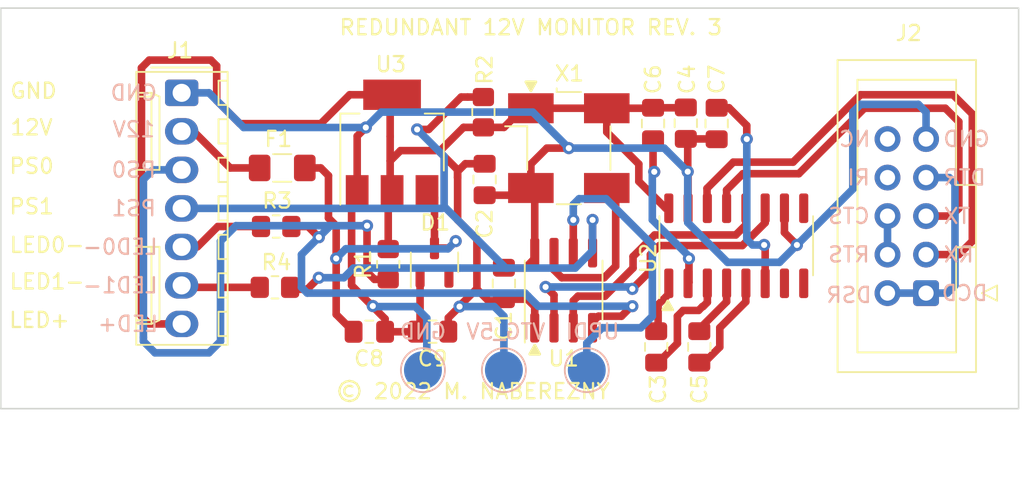
<source format=kicad_pcb>
(kicad_pcb (version 20211014) (generator pcbnew)
  (layers (0 "F.Cu" signal) (31 "B.Cu" signal) (34 "B.Paste" user) (35 "F.Paste" user) (36 "B.SilkS" user "B.Silkscreen") (37 "F.SilkS" user "F.Silkscreen") (38 "B.Mask" user) (39 "F.Mask" user) (44 "Edge.Cuts" user))
  (net 0 "")
  (net 1 "VCC")
  (net 2 "TX_5V")
  (net 3 "RX_5V")
  (net 4 "EXTCLK")
  (net 5 "GND")
  (net 6 "Net-(C3-Pad1)")
  (net 7 "Net-(C6-Pad2)")
  (net 8 "Net-(C3-Pad2)")
  (net 9 "Net-(C5-Pad1)")
  (net 10 "Net-(C5-Pad2)")
  (net 11 "Net-(C7-Pad2)")
  (net 15 "RX_12V")
  (net 16 "TX_12V")
  (net 17 "PS0")
  (net 18 "PS1")
  (net 19 "UPDI")
  (net 20 "Net-(J2-Pad1)")
  (net 21 "Net-(J2-Pad4)")
  (net 24 "Net-(C8-Pad2)")
  (net 25 "12V")
  (net 27 "LED0-")
  (net 28 "LED1-")
  (footprint "Capacitor_SMD:C_0805_2012Metric_Pad1.18x1.45mm_HandSolder" (layer "F.Cu") (at 139.4715 101.6085 180)
    (fp_text reference "C8" (at 0.0255 -1.7695) (layer "F.SilkS"))
    (fp_text value "0.1μF")
    (pad "1" smd roundrect (at -1.0375 0 180) (size 1.175 1.45) (layers "F.Cu" "F.Paste" "F.Mask") (roundrect_rratio 0.2127659574) (net 5 "GND"))
    (pad "2" smd roundrect (at 1.0375 0 180) (size 1.175 1.45) (layers "F.Cu" "F.Paste" "F.Mask") (roundrect_rratio 0.2127659574) (net 24 "Net-(C8-Pad2)"))
  )
  (footprint "MountingHole:MountingHole_3.2mm_M3" (layer "F.Cu") (at 134.112 103.251)
    (fp_text reference "REF**" hide)
    (fp_text value "MountingHole_3.2mm_M3")
    (pad "" np_thru_hole circle (at 0 0) (size 3.2 3.2) (drill 3.2) (layers *.Cu *.Mask))
  )
  (footprint "Resistor_SMD:R_0805_2012Metric_Pad1.20x1.40mm_HandSolder" (layer "F.Cu") (at 133.334 94.6675 180)
    (fp_text reference "R3" (at -0.063 1.7035) (layer "F.SilkS"))
    (fp_text value "200")
    (pad "1" smd roundrect (at -1 0 180) (size 1.2 1.4) (layers "F.Cu" "F.Paste" "F.Mask") (roundrect_rratio 0.2083333333) (net 17 "PS0"))
    (pad "2" smd roundrect (at 1 0 180) (size 1.2 1.4) (layers "F.Cu" "F.Paste" "F.Mask") (roundrect_rratio 0.2083333333) (net 27 "LED0-"))
  )
  (footprint "Capacitor_SMD:C_0805_2012Metric_Pad1.18x1.45mm_HandSolder" (layer "F.Cu") (at 143.637 101.6 180)
    (fp_text reference "C9" (at 0 -1.778) (layer "F.SilkS"))
    (fp_text value "10μF")
    (pad "1" smd roundrect (at -1.0375 0 180) (size 1.175 1.45) (layers "F.Cu" "F.Paste" "F.Mask") (roundrect_rratio 0.2127659574) (net 1 "VCC"))
    (pad "2" smd roundrect (at 1.0375 0 180) (size 1.175 1.45) (layers "F.Cu" "F.Paste" "F.Mask") (roundrect_rratio 0.2127659574) (net 5 "GND"))
  )
  (footprint "Capacitor_SMD:C_0805_2012Metric_Pad1.18x1.45mm_HandSolder" (layer "F.Cu") (at 161.21 102.6075 -90)
    (fp_text reference "C5" (at 2.794 0 90) (layer "F.SilkS"))
    (fp_text value "1μF")
    (pad "1" smd roundrect (at -1.0375 0 270) (size 1.175 1.45) (layers "F.Cu" "F.Paste" "F.Mask") (roundrect_rratio 0.2127659574) (net 9 "Net-(C5-Pad1)"))
    (pad "2" smd roundrect (at 1.0375 0 270) (size 1.175 1.45) (layers "F.Cu" "F.Paste" "F.Mask") (roundrect_rratio 0.2127659574) (net 10 "Net-(C5-Pad2)"))
  )
  (footprint "Capacitor_SMD:C_0805_2012Metric_Pad1.18x1.45mm_HandSolder" (layer "F.Cu") (at 158.162 87.8755 -90)
    (fp_text reference "C6" (at -2.9125 0 90) (layer "F.SilkS"))
    (fp_text value "1μF")
    (pad "1" smd roundrect (at -1.0375 0 270) (size 1.175 1.45) (layers "F.Cu" "F.Paste" "F.Mask") (roundrect_rratio 0.2127659574) (net 1 "VCC"))
    (pad "2" smd roundrect (at 1.0375 0 270) (size 1.175 1.45) (layers "F.Cu" "F.Paste" "F.Mask") (roundrect_rratio 0.2127659574) (net 7 "Net-(C6-Pad2)"))
  )
  (footprint "Fuse:Fuse_1206_3216Metric_Pad1.42x1.75mm_HandSolder" (layer "F.Cu") (at 133.731 90.805 180)
    (fp_text reference "F1" (at 0.254 1.905) (layer "F.SilkS"))
    (fp_text value "F1206B1R00FSTR")
    (pad "1" smd roundrect (at -1.4875 0 180) (size 1.425 1.75) (layers "F.Cu" "F.Paste" "F.Mask") (roundrect_rratio 0.1754392982) (net 24 "Net-(C8-Pad2)"))
    (pad "2" smd roundrect (at 1.4875 0 180) (size 1.425 1.75) (layers "F.Cu" "F.Paste" "F.Mask") (roundrect_rratio 0.1754392982) (net 25 "12V"))
  )
  (footprint "Resistor_SMD:R_0805_2012Metric_Pad1.20x1.40mm_HandSolder" (layer "F.Cu") (at 133.254 98.679 180)
    (fp_text reference "R4" (at -0.096 1.651) (layer "F.SilkS"))
    (fp_text value "200")
    (pad "1" smd roundrect (at -1 0 180) (size 1.2 1.4) (layers "F.Cu" "F.Paste" "F.Mask") (roundrect_rratio 0.2083333333) (net 18 "PS1"))
    (pad "2" smd roundrect (at 1 0 180) (size 1.2 1.4) (layers "F.Cu" "F.Paste" "F.Mask") (roundrect_rratio 0.2083333333) (net 28 "LED1-"))
  )
  (footprint "Package_SO:SOIC-8_3.9x4.9mm_P1.27mm" (layer "F.Cu") (at 152.273 98.868 90)
    (fp_text reference "U1" (at -4.51 0) (layer "F.SilkS"))
    (fp_text value "ATTINY212-SSF")
    (pad "1" smd roundrect (at -2.475 -1.905 90) (size 1.95 0.6) (layers "F.Cu" "F.Paste" "F.Mask") (net 1 "VCC"))
    (pad "2" smd roundrect (at -2.475 -0.635 90) (size 1.95 0.6) (layers "F.Cu" "F.Paste" "F.Mask") (net 2 "TX_5V"))
    (pad "3" smd roundrect (at -2.475 0.635 90) (size 1.95 0.6) (layers "F.Cu" "F.Paste" "F.Mask") (net 3 "RX_5V"))
    (pad "4" smd roundrect (at -2.475 1.905 90) (size 1.95 0.6) (layers "F.Cu" "F.Paste" "F.Mask") (net 17 "PS0"))
    (pad "5" smd roundrect (at 2.475 1.905 90) (size 1.95 0.6) (layers "F.Cu" "F.Paste" "F.Mask") (net 18 "PS1"))
    (pad "6" smd roundrect (at 2.475 0.635 90) (size 1.95 0.6) (layers "F.Cu" "F.Paste" "F.Mask") (net 19 "UPDI"))
    (pad "7" smd roundrect (at 2.475 -0.635 90) (size 1.95 0.6) (layers "F.Cu" "F.Paste" "F.Mask") (net 4 "EXTCLK"))
    (pad "8" smd roundrect (at 2.475 -1.905 90) (size 1.95 0.6) (layers "F.Cu" "F.Paste" "F.Mask") (net 5 "GND"))
  )
  (footprint "Package_SO:SOIC-16_3.9x9.9mm_P1.27mm" (layer "F.Cu") (at 163.6445 95.9385 90)
    (fp_text reference "U2" (at -0.8185 -5.795 90) (layer "F.SilkS"))
    (fp_text value "TI MAX232EID")
    (pad "1" smd roundrect (at -2.475 -4.445 90) (size 1.95 0.6) (layers "F.Cu" "F.Paste" "F.Mask") (net 6 "Net-(C3-Pad1)"))
    (pad "2" smd roundrect (at -2.475 -3.175 90) (size 1.95 0.6) (layers "F.Cu" "F.Paste" "F.Mask") (net 7 "Net-(C6-Pad2)"))
    (pad "3" smd roundrect (at -2.475 -1.905 90) (size 1.95 0.6) (layers "F.Cu" "F.Paste" "F.Mask") (net 8 "Net-(C3-Pad2)"))
    (pad "4" smd roundrect (at -2.475 -0.635 90) (size 1.95 0.6) (layers "F.Cu" "F.Paste" "F.Mask") (net 9 "Net-(C5-Pad1)"))
    (pad "5" smd roundrect (at -2.475 0.635 90) (size 1.95 0.6) (layers "F.Cu" "F.Paste" "F.Mask") (net 10 "Net-(C5-Pad2)"))
    (pad "6" smd roundrect (at -2.475 1.905 90) (size 1.95 0.6) (layers "F.Cu" "F.Paste" "F.Mask") (net 11 "Net-(C7-Pad2)"))
    (pad "7" smd roundrect (at -2.475 3.175 90) (size 1.95 0.6) (layers "F.Cu" "F.Paste" "F.Mask"))
    (pad "8" smd roundrect (at -2.475 4.445 90) (size 1.95 0.6) (layers "F.Cu" "F.Paste" "F.Mask"))
    (pad "9" smd roundrect (at 2.475 4.445 90) (size 1.95 0.6) (layers "F.Cu" "F.Paste" "F.Mask"))
    (pad "10" smd roundrect (at 2.475 3.175 90) (size 1.95 0.6) (layers "F.Cu" "F.Paste" "F.Mask") (net 5 "GND"))
    (pad "11" smd roundrect (at 2.475 1.905 90) (size 1.95 0.6) (layers "F.Cu" "F.Paste" "F.Mask") (net 2 "TX_5V"))
    (pad "12" smd roundrect (at 2.475 0.635 90) (size 1.95 0.6) (layers "F.Cu" "F.Paste" "F.Mask") (net 3 "RX_5V"))
    (pad "13" smd roundrect (at 2.475 -0.635 90) (size 1.95 0.6) (layers "F.Cu" "F.Paste" "F.Mask") (net 15 "RX_12V"))
    (pad "14" smd roundrect (at 2.475 -1.905 90) (size 1.95 0.6) (layers "F.Cu" "F.Paste" "F.Mask") (net 16 "TX_12V"))
    (pad "15" smd roundrect (at 2.475 -3.175 90) (size 1.95 0.6) (layers "F.Cu" "F.Paste" "F.Mask") (net 5 "GND"))
    (pad "16" smd roundrect (at 2.475 -4.445 90) (size 1.95 0.6) (layers "F.Cu" "F.Paste" "F.Mask") (net 1 "VCC"))
  )
  (footprint "Oscillator:Oscillator_SMD_Abracon_ASV-4Pin_7.0x5.1mm_HandSoldering" (layer "F.Cu") (at 152.614 89.498 -90)
    (fp_text reference "X1" (at -4.916 -0.04) (layer "F.SilkS"))
    (fp_text value "ECS-3951M-018-AU-TR")
    (pad "1" smd rect (at -2.63 2.5 270) (size 1.98 3) (layers "F.Cu" "F.Paste" "F.Mask") (net 1 "VCC"))
    (pad "2" smd rect (at 2.63 2.5 270) (size 1.98 3) (layers "F.Cu" "F.Paste" "F.Mask") (net 5 "GND"))
    (pad "3" smd rect (at 2.63 -2.5 270) (size 1.98 3) (layers "F.Cu" "F.Paste" "F.Mask") (net 4 "EXTCLK"))
    (pad "4" smd rect (at -2.63 -2.5 270) (size 1.98 3) (layers "F.Cu" "F.Paste" "F.Mask") (net 1 "VCC"))
  )
  (footprint "MountingHole:MountingHole_3.2mm_M3" (layer "F.Cu") (at 166.417 83.82)
    (fp_text reference "REF**" hide)
    (fp_text value "MountingHole_3.2mm_M3")
    (pad "" np_thru_hole circle (at 0 0) (size 3.2 3.2) (drill 3.2) (layers *.Cu *.Mask))
  )
  (footprint "MountingHole:MountingHole_3.2mm_M3" (layer "F.Cu") (at 133.985 83.82)
    (fp_text reference "REF**" hide)
    (fp_text value "MountingHole_3.2mm_M3")
    (pad "" np_thru_hole circle (at 0 0) (size 3.2 3.2) (drill 3.2) (layers *.Cu *.Mask))
  )
  (footprint "MountingHole:MountingHole_3.2mm_M3" (layer "F.Cu") (at 166.37 103.251)
    (fp_text reference "REF**" hide)
    (fp_text value "MountingHole_3.2mm_M3")
    (pad "" np_thru_hole circle (at 0 0) (size 3.2 3.2) (drill 3.2) (layers *.Cu *.Mask))
  )
  (footprint "Package_TO_SOT_SMD:SOT-223-3_TabPin2" (layer "F.Cu") (at 140.97 89.129 90)
    (fp_text reference "U3" (at 5.1575 -0.08 180) (layer "F.SilkS"))
    (fp_text value "LD1117S50CTR")
    (pad "1" smd rect (at -3.15 -2.3 90) (size 2 1.5) (layers "F.Cu" "F.Paste" "F.Mask") (net 5 "GND"))
    (pad "2" smd rect (at -3.15 0 90) (size 2 1.5) (layers "F.Cu" "F.Paste" "F.Mask") (net 1 "VCC"))
    (pad "2" smd rect (at 3.15 0 90) (size 2 3.8) (layers "F.Cu" "F.Paste" "F.Mask") (net 1 "VCC"))
    (pad "3" smd rect (at -3.15 2.3 90) (size 2 1.5) (layers "F.Cu" "F.Paste" "F.Mask") (net 24 "Net-(C8-Pad2)"))
  )
  (footprint "Capacitor_SMD:C_0805_2012Metric_Pad1.18x1.45mm_HandSolder" (layer "F.Cu") (at 158.369 102.6075 -90)
    (fp_text reference "C3" (at 2.794 -0.127 90) (layer "F.SilkS"))
    (fp_text value "1μF")
    (pad "1" smd roundrect (at -1.0375 0 270) (size 1.175 1.45) (layers "F.Cu" "F.Paste" "F.Mask") (roundrect_rratio 0.2127659574) (net 6 "Net-(C3-Pad1)"))
    (pad "2" smd roundrect (at 1.0375 0 270) (size 1.175 1.45) (layers "F.Cu" "F.Paste" "F.Mask") (roundrect_rratio 0.2127659574) (net 8 "Net-(C3-Pad2)"))
  )
  (footprint "Capacitor_SMD:C_0805_2012Metric_Pad1.18x1.45mm_HandSolder" (layer "F.Cu") (at 160.321 87.854 -90)
    (fp_text reference "C4" (at -2.891 -0.08 90) (layer "F.SilkS"))
    (fp_text value "0.1μF")
    (pad "1" smd roundrect (at -1.0375 0 270) (size 1.175 1.45) (layers "F.Cu" "F.Paste" "F.Mask") (roundrect_rratio 0.2127659574) (net 1 "VCC"))
    (pad "2" smd roundrect (at 1.0375 0 270) (size 1.175 1.45) (layers "F.Cu" "F.Paste" "F.Mask") (roundrect_rratio 0.2127659574) (net 5 "GND"))
  )
  (footprint "Capacitor_SMD:C_0805_2012Metric_Pad1.18x1.45mm_HandSolder" (layer "F.Cu") (at 148.336 98.425 -90)
    (fp_text reference "C1" (at 2.794 0 90) (layer "F.SilkS"))
    (fp_text value "0.1μF")
    (pad "1" smd roundrect (at -1.0375 0 270) (size 1.175 1.45) (layers "F.Cu" "F.Paste" "F.Mask") (roundrect_rratio 0.2127659574) (net 5 "GND"))
    (pad "2" smd roundrect (at 1.0375 0 270) (size 1.175 1.45) (layers "F.Cu" "F.Paste" "F.Mask") (roundrect_rratio 0.2127659574) (net 1 "VCC"))
  )
  (footprint "Package_TO_SOT_SMD:SOT-23" (layer "F.Cu") (at 143.764 97.028 90)
    (fp_text reference "D1" (at 2.6175 0.047 180) (layer "F.SilkS"))
    (fp_text value "BZX84-A15,215")
    (pad "1" smd roundrect (at -0.9375 -0.95 90) (size 1.475 0.6) (layers "F.Cu" "F.Paste" "F.Mask") (net 5 "GND"))
    (pad "2" smd roundrect (at -0.9375 0.95 90) (size 1.475 0.6) (layers "F.Cu" "F.Paste" "F.Mask"))
    (pad "3" smd roundrect (at 0.9375 0 90) (size 1.475 0.6) (layers "F.Cu" "F.Paste" "F.Mask") (net 24 "Net-(C8-Pad2)"))
  )
  (footprint "Capacitor_SMD:C_0805_2012Metric_Pad1.18x1.45mm_HandSolder" (layer "F.Cu") (at 162.353 87.8755 90)
    (fp_text reference "C7" (at 2.9125 0 90) (layer "F.SilkS"))
    (fp_text value "1μF")
    (pad "1" smd roundrect (at -1.0375 0 90) (size 1.175 1.45) (layers "F.Cu" "F.Paste" "F.Mask") (roundrect_rratio 0.2127659574) (net 5 "GND"))
    (pad "2" smd roundrect (at 1.0375 0 90) (size 1.175 1.45) (layers "F.Cu" "F.Paste" "F.Mask") (roundrect_rratio 0.2127659574) (net 11 "Net-(C7-Pad2)"))
  )
  (footprint "Connector_Molex:Molex_KK-254_AE-6410-07A_1x07_P2.54mm_Vertical" (layer "F.Cu") (at 127.107 85.852 -90)
    (fp_text reference "J1" (at -2.794 0.107 180) (layer "F.SilkS"))
    (fp_text value "Conn_01x07")
    (pad "1" thru_hole roundrect (at 0 0 270) (size 1.74 2.19) (drill 1.19) (layers *.Cu *.Mask) (roundrect_rratio 0.1436781609) (net 5 "GND"))
    (pad "2" thru_hole oval (at 2.54 0 270) (size 1.74 2.19) (drill 1.19) (layers *.Cu *.Mask) (net 25 "12V"))
    (pad "3" thru_hole oval (at 5.08 0 270) (size 1.74 2.19) (drill 1.19) (layers *.Cu *.Mask) (net 17 "PS0"))
    (pad "4" thru_hole oval (at 7.62 0 270) (size 1.74 2.19) (drill 1.19) (layers *.Cu *.Mask) (net 18 "PS1"))
    (pad "5" thru_hole oval (at 10.16 0 270) (size 1.74 2.19) (drill 1.19) (layers *.Cu *.Mask) (net 27 "LED0-"))
    (pad "6" thru_hole oval (at 12.7 0 270) (size 1.74 2.19) (drill 1.19) (layers *.Cu *.Mask) (net 28 "LED1-"))
    (pad "7" thru_hole oval (at 15.24 0 270) (size 1.74 2.19) (drill 1.19) (layers *.Cu *.Mask) (net 1 "VCC"))
  )
  (footprint "Capacitor_SMD:C_0805_2012Metric_Pad1.18x1.45mm_HandSolder" (layer "F.Cu") (at 147.066 91.567 90)
    (fp_text reference "C2" (at -2.921 0 270) (layer "F.SilkS"))
    (fp_text value "0.1μF")
    (pad "1" smd roundrect (at -1.0375 0 90) (size 1.175 1.45) (layers "F.Cu" "F.Paste" "F.Mask") (roundrect_rratio 0.2127659574) (net 5 "GND"))
    (pad "2" smd roundrect (at 1.0375 0 90) (size 1.175 1.45) (layers "F.Cu" "F.Paste" "F.Mask") (roundrect_rratio 0.2127659574) (net 1 "VCC"))
  )
  (footprint "Connector_IDC:IDC-Header_2x05_P2.54mm_Vertical" (layer "F.Cu") (at 176.149 99.06 180)
    (fp_text reference "J2" (at 1.143 17.145) (layer "F.SilkS"))
    (fp_text value "IDC 2x5 Male")
    (pad "1" thru_hole roundrect (at 0 0 180) (size 1.7 1.7) (drill 1) (layers *.Cu *.Mask) (roundrect_rratio 0.1470588235) (net 20 "Net-(J2-Pad1)"))
    (pad "2" thru_hole circle (at 2.54 0 180) (size 1.7 1.7) (drill 1) (layers *.Cu *.Mask) (net 20 "Net-(J2-Pad1)"))
    (pad "3" thru_hole circle (at 0 2.54 180) (size 1.7 1.7) (drill 1) (layers *.Cu *.Mask) (net 16 "TX_12V"))
    (pad "4" thru_hole circle (at 2.54 2.54 180) (size 1.7 1.7) (drill 1) (layers *.Cu *.Mask) (net 21 "Net-(J2-Pad4)"))
    (pad "5" thru_hole circle (at 0 5.08 180) (size 1.7 1.7) (drill 1) (layers *.Cu *.Mask) (net 15 "RX_12V"))
    (pad "6" thru_hole circle (at 2.54 5.08 180) (size 1.7 1.7) (drill 1) (layers *.Cu *.Mask) (net 21 "Net-(J2-Pad4)"))
    (pad "7" thru_hole circle (at 0 7.62 180) (size 1.7 1.7) (drill 1) (layers *.Cu *.Mask) (net 20 "Net-(J2-Pad1)"))
    (pad "8" thru_hole circle (at 2.54 7.62 180) (size 1.7 1.7) (drill 1) (layers *.Cu *.Mask))
    (pad "9" thru_hole circle (at 0 10.16 180) (size 1.7 1.7) (drill 1) (layers *.Cu *.Mask) (net 5 "GND"))
    (pad "10" thru_hole circle (at 2.54 10.16 180) (size 1.7 1.7) (drill 1) (layers *.Cu *.Mask))
  )
  (footprint "Resistor_SMD:R_0805_2012Metric_Pad1.20x1.40mm_HandSolder" (layer "F.Cu") (at 146.986 87.1295 90)
    (fp_text reference "R2" (at 2.8015 0.08 90) (layer "F.SilkS"))
    (fp_text value "47K")
    (pad "1" smd roundrect (at -1 0 90) (size 1.2 1.4) (layers "F.Cu" "F.Paste" "F.Mask") (roundrect_rratio 0.2083333333) (net 1 "VCC"))
    (pad "2" smd roundrect (at 1 0 90) (size 1.2 1.4) (layers "F.Cu" "F.Paste" "F.Mask") (roundrect_rratio 0.2083333333) (net 18 "PS1"))
  )
  (footprint "Resistor_SMD:R_0805_2012Metric_Pad1.20x1.40mm_HandSolder" (layer "F.Cu") (at 140.716 97.155 -90)
    (fp_text reference "R1" (at 0 1.651 90) (layer "F.SilkS"))
    (fp_text value "47K")
    (pad "1" smd roundrect (at -1 0 270) (size 1.2 1.4) (layers "F.Cu" "F.Paste" "F.Mask") (roundrect_rratio 0.2083333333) (net 1 "VCC"))
    (pad "2" smd roundrect (at 1 0 270) (size 1.2 1.4) (layers "F.Cu" "F.Paste" "F.Mask") (roundrect_rratio 0.2083333333) (net 17 "PS0"))
  )
  (footprint "TestPoint:TestPoint_Pad_D2.5mm" (layer "B.Cu") (at 143.002 104.14 180)
    (fp_text reference "TP3" hide)
    (fp_text value "GND")
    (pad "1" smd circle (at 0 0 180) (size 2.5 2.5) (layers "B.Cu" "B.Mask") (net 5 "GND"))
  )
  (footprint "TestPoint:TestPoint_Pad_D2.5mm" (layer "B.Cu") (at 153.797 104.14 180)
    (fp_text reference "TP2" hide)
    (fp_text value "UPDI")
    (pad "1" smd circle (at 0 0 180) (size 2.5 2.5) (layers "B.Cu" "B.Mask") (net 19 "UPDI"))
  )
  (footprint "TestPoint:TestPoint_Pad_D2.5mm" (layer "B.Cu") (at 148.336 104.14 180)
    (fp_text reference "TP1" hide)
    (fp_text value "VTG_5V")
    (pad "1" smd circle (at 0 0 180) (size 2.5 2.5) (layers "B.Cu" "B.Mask") (net 1 "VCC"))
  )
  (gr_rect (start 182.245 106.68) (end 115.189 80.264) (layer "Edge.Cuts") (width 0.1) (fill none))
  (gr_text "12V" (at 123.952 88.265) (layer "B.SilkS") (effects (font (size 1 1)) (justify mirror)))
  (gr_text "RX" (at 178.308 96.52) (layer "B.SilkS") (effects (font (size 1 1)) (justify mirror)))
  (gr_text "VTG_5V" (at 148.463 101.6) (layer "B.SilkS") (effects (font (size 1 1)) (justify mirror)))
  (gr_text "DTR" (at 178.689 91.44) (layer "B.SilkS") (effects (font (size 1 1)) (justify mirror)))
  (gr_text "PS0" (at 123.952 90.932) (layer "B.SilkS") (effects (font (size 1 1)) (justify mirror)))
  (gr_text "GND" (at 143.002 101.6) (layer "B.SilkS") (effects (font (size 1 1)) (justify mirror)))
  (gr_text "PS1" (at 123.952 93.472) (layer "B.SilkS") (effects (font (size 1 1)) (justify mirror)))
  (gr_text "CTS" (at 171.069 93.98) (layer "B.SilkS") (effects (font (size 1 1)) (justify mirror)))
  (gr_text "TX" (at 178.181 93.98) (layer "B.SilkS") (effects (font (size 1 1)) (justify mirror)))
  (gr_text "LED+" (at 123.571 101.092) (layer "B.SilkS") (effects (font (size 1 1)) (justify mirror)))
  (gr_text "GND" (at 123.952 85.852) (layer "B.SilkS") (effects (font (size 1 1)) (justify mirror)))
  (gr_text "DSR" (at 171.069 99.187) (layer "B.SilkS") (effects (font (size 1 1)) (justify mirror)))
  (gr_text "DCD" (at 178.689 99.06) (layer "B.SilkS") (effects (font (size 1 1)) (justify mirror)))
  (gr_text "RTS" (at 171.069 96.52) (layer "B.SilkS") (effects (font (size 1 1)) (justify mirror)))
  (gr_text "LED0-" (at 123.063 96.012) (layer "B.SilkS") (effects (font (size 1 1)) (justify mirror)))
  (gr_text "GND" (at 178.816 88.9) (layer "B.SilkS") (effects (font (size 1 1)) (justify mirror)))
  (gr_text "UPDI" (at 154.178 101.6) (layer "B.SilkS") (effects (font (size 1 1)) (justify mirror)))
  (gr_text "NC" (at 171.45 88.9) (layer "B.SilkS") (effects (font (size 1 1)) (justify mirror)))
  (gr_text "LED1-" (at 123.063 98.552) (layer "B.SilkS") (effects (font (size 1 1)) (justify mirror)))
  (gr_text "RI" (at 171.704 91.44) (layer "B.SilkS") (effects (font (size 1 1)) (justify mirror)))
  (gr_text "▲" (at 159.131 99.822) (layer "F.SilkS") (effects (font (size 0.75 0.75) (thickness 0.1875)) (justify mirror)))
  (gr_text "PS0" (at 117.221 90.678) (layer "F.SilkS") (effects (font (size 1 1))))
  (gr_text "GND" (at 117.348 85.725) (layer "F.SilkS") (effects (font (size 1 1))))
  (gr_text "12V" (at 117.221 88.138) (layer "F.SilkS") (effects (font (size 1 1))))
  (gr_text "▲" (at 150.368 102.743) (layer "F.SilkS") (effects (font (size 0.75 0.75) (thickness 0.1875)) (justify mirror)))
  (gr_text "▲" (at 150.114 85.471 180) (layer "F.SilkS") (effects (font (size 0.75 0.75) (thickness 0.1875)) (justify mirror)))
  (gr_text "© 2022 M. NABEREZNY" (at 146.304 105.537) (layer "F.SilkS") (effects (font (size 1 1))))
  (gr_text "PS1" (at 117.221 93.345) (layer "F.SilkS") (effects (font (size 1 1))))
  (gr_text "REDUNDANT 12V MONITOR REV. 3" (at 150.114 81.534) (layer "F.SilkS") (effects (font (size 1 1))))
  (gr_text "LED+" (at 117.729 100.838) (layer "F.SilkS") (effects (font (size 1 1))))
  (gr_text "LED0-" (at 118.237 95.885) (layer "F.SilkS") (effects (font (size 1 1))))
  (gr_text "LED1-" (at 118.237 98.298) (layer "F.SilkS") (effects (font (size 1 1))))
  (segment (start 144.6745 100.6895) (end 144.6745 101.6) (width 0.5) (layer "F.Cu") (net 1))
  (segment (start 145.288 91.44) (end 145.288 91.0375) (width 0.5) (layer "F.Cu") (net 1))
  (segment (start 144.145 89.789) (end 144.145 89.662) (width 0.5) (layer "F.Cu") (net 1))
  (segment (start 149.8815 99.4625) (end 150.368 99.949) (width 0.5) (layer "F.Cu") (net 1))
  (segment (start 130.937 87.884) (end 136.271 87.884) (width 0.5) (layer "F.Cu") (net 1))
  (segment (start 146.558 98.7665) (end 146.558 98.806) (width 0.5) (layer "F.Cu") (net 1))
  (segment (start 158.162 86.838) (end 160.321 86.838) (width 0.5) (layer "F.Cu") (net 1))
  (segment (start 147.32 99.568) (end 148.2305 99.568) (width 0.5) (layer "F.Cu") (net 1))
  (segment (start 129.413 86.36) (end 130.937 87.884) (width 0.5) (layer "F.Cu") (net 1))
  (segment (start 157.226 90.551) (end 157.226 91.694) (width 0.5) (layer "F.Cu") (net 1))
  (segment (start 129.413 84.074) (end 129.413 86.36) (width 0.5) (layer "F.Cu") (net 1))
  (segment (start 148.2305 99.568) (end 148.336 99.4625) (width 0.5) (layer "F.Cu") (net 1))
  (segment (start 150.114 86.868) (end 155.114 86.868) (width 0.5) (layer "F.Cu") (net 1))
  (segment (start 124.968 101.092) (end 124.46 100.584) (width 0.5) (layer "F.Cu") (net 1))
  (segment (start 141.525 89.662) (end 140.843 90.344) (width 0.5) (layer "F.Cu") (net 1))
  (segment (start 148.336 99.4625) (end 149.8815 99.4625) (width 0.5) (layer "F.Cu") (net 1))
  (segment (start 155.114 88.439) (end 157.226 90.551) (width 0.5) (layer "F.Cu") (net 1))
  (segment (start 158.9955 93.4635) (end 159.1995 93.4635) (width 0.5) (layer "F.Cu") (net 1))
  (segment (start 145.288 90.932) (end 145.288 91.44) (width 0.5) (layer "F.Cu") (net 1))
  (segment (start 146.558 95.504) (end 146.558 98.7665) (width 0.5) (layer "F.Cu") (net 1))
  (segment (start 140.716 96.155) (end 140.716 92.533) (width 0.5) (layer "F.Cu") (net 1))
  (segment (start 129.032 83.693) (end 129.413 84.074) (width 0.5) (layer "F.Cu") (net 1))
  (segment (start 136.271 87.884) (end 138.176 85.979) (width 0.5) (layer "F.Cu") (net 1))
  (segment (start 124.968 83.693) (end 129.032 83.693) (width 0.5) (layer "F.Cu") (net 1))
  (segment (start 124.46 100.584) (end 124.46 84.201) (width 0.5) (layer "F.Cu") (net 1))
  (segment (start 144.145 89.662) (end 141.525 89.662) (width 0.5) (layer "F.Cu") (net 1))
  (segment (start 145.415 99.9095) (end 146.558 98.7665) (width 0.5) (layer "F.Cu") (net 1))
  (segment (start 157.226 91.694) (end 158.9955 93.4635) (width 0.5) (layer "F.Cu") (net 1))
  (segment (start 158.326 86.868) (end 154.3775 86.868) (width 0.5) (layer "F.Cu") (net 1))
  (segment (start 124.46 84.201) (end 124.968 83.693) (width 0.5) (layer "F.Cu") (net 1))
  (segment (start 155.114 86.868) (end 155.114 88.439) (width 0.5) (layer "F.Cu") (net 1))
  (segment (start 148.3445 88.1295) (end 146.986 88.1295) (width 0.5) (layer "F.Cu") (net 1))
  (segment (start 138.176 85.979) (end 140.97 85.979) (width 0.5) (layer "F.Cu") (net 1))
  (segment (start 150.368 99.949) (end 150.368 101.343) (width 0.5) (layer "F.Cu") (net 1))
  (segment (start 140.843 90.344) (end 140.843 88.726) (width 0.5) (layer "F.Cu") (net 1))
  (segment (start 145.796 90.5295) (end 147.066 90.5295) (width 0.5) (layer "F.Cu") (net 1))
  (segment (start 149.606 86.868) (end 148.3445 88.1295) (width 0.5) (layer "F.Cu") (net 1))
  (segment (start 144.145 89.789) (end 145.288 90.932) (width 0.5) (layer "F.Cu") (net 1))
  (segment (start 145.415 99.949) (end 145.415 99.9095) (width 0.5) (layer "F.Cu") (net 1))
  (segment (start 140.843 90.344) (end 140.843 92.2545) (width 0.5) (layer "F.Cu") (net 1))
  (segment (start 145.288 94.234) (end 146.558 95.504) (width 0.5) (layer "F.Cu") (net 1))
  (segment (start 145.415 99.949) (end 144.6745 100.6895) (width 0.5) (layer "F.Cu") (net 1))
  (segment (start 144.145 89.662) (end 145.6775 88.1295) (width 0.5) (layer "F.Cu") (net 1))
  (segment (start 146.558 98.806) (end 147.32 99.568) (width 0.5) (layer "F.Cu") (net 1))
  (segment (start 150.114 86.868) (end 149.606 86.868) (width 0.5) (layer "F.Cu") (net 1))
  (segment (start 145.288 91.0375) (end 145.796 90.5295) (width 0.5) (layer "F.Cu") (net 1))
  (segment (start 145.288 91.44) (end 145.288 94.234) (width 0.5) (layer "F.Cu") (net 1))
  (segment (start 127.107 101.092) (end 124.968 101.092) (width 0.5) (layer "F.Cu") (net 1))
  (segment (start 145.6775 88.1295) (end 146.986 88.1295) (width 0.5) (layer "F.Cu") (net 1))
  (segment (start 140.716 92.533) (end 140.97 92.279) (width 0.5) (layer "F.Cu") (net 1))
  (segment (start 140.843 85.9545) (end 140.843 88.726) (width 0.5) (layer "F.Cu") (net 1))
  (via (at 145.415 99.949) (size 0.8) (drill 0.4) (layers "F.Cu" "B.Cu") (net 1))
  (segment (start 145.415 99.949) (end 147.701 99.949) (width 0.5) (layer "B.Cu") (net 1))
  (segment (start 147.701 99.949) (end 148.336 100.584) (width 0.5) (layer "B.Cu") (net 1))
  (segment (start 148.336 100.584) (end 148.336 104.14) (width 0.5) (layer "B.Cu") (net 1))
  (segment (start 156.798 98.781) (end 157.988 97.591) (width 0.5) (layer "F.Cu") (net 2))
  (segment (start 165.5495 94.4195) (end 165.5495 93.4635) (width 0.5) (layer "F.Cu") (net 2))
  (segment (start 164.045 95.924) (end 165.5495 94.4195) (width 0.5) (layer "F.Cu") (net 2))
  (segment (start 151.105 98.654) (end 151.638 99.187) (width 0.5) (layer "F.Cu") (net 2))
  (segment (start 157.988 97.591) (end 157.988 96.52) (width 0.5) (layer "F.Cu") (net 2))
  (segment (start 165.5495 94.2225) (end 165.5495 93.4635) (width 0.25) (layer "F.Cu") (net 2))
  (segment (start 158.584 95.924) (end 164.045 95.924) (width 0.5) (layer "F.Cu") (net 2))
  (segment (start 151.083 98.654) (end 151.105 98.654) (width 0.5) (layer "F.Cu") (net 2))
  (segment (start 157.988 96.52) (end 158.584 95.924) (width 0.5) (layer "F.Cu") (net 2))
  (segment (start 151.638 99.187) (end 151.638 101.343) (width 0.5) (layer "F.Cu") (net 2))
  (via (at 151.083 98.654) (size 0.8) (drill 0.4) (layers "F.Cu" "B.Cu") (net 2))
  (via (at 156.798 98.781) (size 0.8) (drill 0.4) (layers "F.Cu" "B.Cu") (net 2))
  (segment (start 151.083 98.654) (end 156.671 98.654) (width 0.5) (layer "B.Cu") (net 2))
  (segment (start 156.671 98.654) (end 156.798 98.781) (width 0.25) (layer "B.Cu") (net 2))
  (segment (start 164.2795 93.4635) (end 164.2795 94.558) (width 0.5) (layer "F.Cu") (net 3))
  (segment (start 153.214082 99.261918) (end 152.908 99.568) (width 0.5) (layer "F.Cu") (net 3))
  (segment (start 158.268 95.224) (end 156.845 96.647) (width 0.5) (layer "F.Cu") (net 3))
  (segment (start 154.992082 99.261918) (end 153.214082 99.261918) (width 0.5) (layer "F.Cu") (net 3))
  (segment (start 152.908 99.568) (end 152.908 101.343) (width 0.5) (layer "F.Cu") (net 3))
  (segment (start 164.2795 94.558) (end 163.6135 95.224) (width 0.5) (layer "F.Cu") (net 3))
  (segment (start 163.6135 95.224) (end 158.268 95.224) (width 0.5) (layer "F.Cu") (net 3))
  (segment (start 156.845 97.409) (end 154.992082 99.261918) (width 0.5) (layer "F.Cu") (net 3))
  (segment (start 156.845 96.647) (end 156.845 97.409) (width 0.5) (layer "F.Cu") (net 3))
  (segment (start 154.94 98.044) (end 155.702 97.282) (width 0.5) (layer "F.Cu") (net 4))
  (segment (start 151.638 96.393) (end 151.638 97.536) (width 0.5) (layer "F.Cu") (net 4))
  (segment (start 151.638 97.536) (end 152.146 98.044) (width 0.5) (layer "F.Cu") (net 4))
  (segment (start 155.702 97.282) (end 155.702 92.716) (width 0.5) (layer "F.Cu") (net 4))
  (segment (start 155.702 92.716) (end 155.114 92.128) (width 0.5) (layer "F.Cu") (net 4))
  (segment (start 152.146 98.044) (end 154.94 98.044) (width 0.5) (layer "F.Cu") (net 4))
  (segment (start 150.368 96.393) (end 150.368 96.774) (width 0.5) (layer "F.Cu") (net 5))
  (segment (start 138.67 92.279) (end 138.303 92.646) (width 0.25) (layer "F.Cu") (net 5))
  (segment (start 140.509 101.6085) (end 142.5695 101.6085) (width 0.5) (layer "F.Cu") (net 5))
  (segment (start 160.448 91.0505) (end 160.4695 91.072) (width 0.25) (layer "F.Cu") (net 5))
  (segment (start 160.321 88.8915) (end 162.3315 88.8915) (width 0.5) (layer "F.Cu") (net 5))
  (segment (start 138.67 88.707) (end 139.239 88.138) (width 0.5) (layer "F.Cu") (net 5))
  (segment (start 138.303 98.552) (end 139.6625 99.9115) (width 0.5) (layer "F.Cu") (net 5))
  (segment (start 160.448 89.0185) (end 160.321 88.8915) (width 0.5) (layer "F.Cu") (net 5))
  (segment (start 138.303 92.646) (end 138.303 98.552) (width 0.5) (layer "F.Cu") (net 5))
  (segment (start 160.448 91.0505) (end 160.448 89.0185) (width 0.5) (layer "F.Cu") (net 5))
  (segment (start 140.509 100.758) (end 140.509 101.6085) (width 0.5) (layer "F.Cu") (net 5))
  (segment (start 150.114 90.551) (end 150.114 92.128) (width 0.5) (layer "F.Cu") (net 5))
  (segment (start 162.3315 88.8915) (end 162.353 88.913) (width 0.5) (layer "F.Cu") (net 5))
  (segment (start 152.614 89.498) (end 151.167 89.498) (width 0.5) (layer "F.Cu") (net 5))
  (segment (start 150.368 96.774) (end 149.733 97.409) (width 0.5) (layer "F.Cu") (net 5))
  (segment (start 142.814 101.364) (end 142.578 101.6) (width 0.25) (layer "F.Cu") (net 5))
  (segment (start 149.7115 92.6045) (end 147.066 92.6045) (width 0.5) (layer "F.Cu") (net 5))
  (segment (start 149.733 97.409) (end 148.3575 97.409) (width 0.5) (layer "F.Cu") (net 5))
  (segment (start 139.6625 99.9115) (end 140.509 100.758) (width 0.5) (layer "F.Cu") (net 5))
  (segment (start 138.67 92.279) (end 138.67 88.707) (width 0.5) (layer "F.Cu") (net 5))
  (segment (start 160.4695 91.072) (end 160.4695 93.4635) (width 0.5) (layer "F.Cu") (net 5))
  (segment (start 166.8195 95.0645) (end 166.8195 93.4635) (width 0.5) (layer "F.Cu") (net 5))
  (segment (start 150.368 96.393) (end 150.368 92.382) (width 0.5) (layer "F.Cu") (net 5))
  (segment (start 167.64 95.885) (end 166.8195 95.0645) (width 0.5) (layer "F.Cu") (net 5))
  (segment (start 150.114 92.202) (end 149.7115 92.6045) (width 0.25) (layer "F.Cu") (net 5))
  (segment (start 150.114 92.128) (end 150.114 92.202) (width 0.25) (layer "F.Cu") (net 5))
  (segment (start 151.167 89.498) (end 150.114 90.551) (width 0.5) (layer "F.Cu") (net 5))
  (segment (start 142.814 97.9655) (end 142.814 101.364) (width 0.5) (layer "F.Cu") (net 5))
  (segment (start 139.6625 99.9115) (end 139.7 99.9115) (width 0.25) (layer "F.Cu") (net 5))
  (via (at 152.614 89.498) (size 0.8) (drill 0.4) (layers "F.Cu" "B.Cu") (net 5))
  (via (at 167.64 95.885) (size 0.8) (drill 0.4) (layers "F.Cu" "B.Cu") (net 5))
  (via (at 139.239 88.138) (size 0.8) (drill 0.4) (layers "F.Cu" "B.Cu") (net 5))
  (via (at 139.7 99.9115) (size 0.8) (drill 0.4) (layers "F.Cu" "B.Cu") (net 5))
  (via (at 160.448 91.0505) (size 0.8) (drill 0.4) (layers "F.Cu" "B.Cu") (net 5))
  (segment (start 139.239 88.138) (end 131.191 88.138) (width 0.5) (layer "B.Cu") (net 5))
  (segment (start 171.323 87.122) (end 171.323 92.075) (width 0.5) (layer "B.Cu") (net 5))
  (segment (start 166.497 97.028) (end 167.64 95.885) (width 0.5) (layer "B.Cu") (net 5))
  (segment (start 167.64 95.885) (end 171.323 92.202) (width 0.5) (layer "B.Cu") (net 5))
  (segment (start 171.831 86.614) (end 171.323 87.122) (width 0.5) (layer "B.Cu") (net 5))
  (segment (start 143.256 100.711) (end 143.256 103.632) (width 0.5) (layer "B.Cu") (net 5))
  (segment (start 160.448 91.0505) (end 159.09525 89.69775) (width 0.5) (layer "B.Cu") (net 5))
  (segment (start 158.8955 89.498) (end 159.09525 89.69775) (width 0.5) (layer "B.Cu") (net 5))
  (segment (start 175.641 86.614) (end 171.831 86.614) (width 0.5) (layer "B.Cu") (net 5))
  (segment (start 140.255 87.122) (end 150.238 87.122) (width 0.5) (layer "B.Cu") (net 5))
  (segment (start 142.494 99.949) (end 143.256 100.711) (width 0.5) (layer "B.Cu") (net 5))
  (segment (start 160.448 94.408) (end 163.068 97.028) (width 0.5) (layer "B.Cu") (net 5))
  (segment (start 131.191 88.138) (end 128.905 85.852) (width 0.5) (layer "B.Cu") (net 5))
  (segment (start 176.149 87.122) (end 175.641 86.614) (width 0.5) (layer "B.Cu") (net 5))
  (segment (start 171.323 92.202) (end 171.323 92.075) (width 0.5) (layer "B.Cu") (net 5))
  (segment (start 150.238 87.122) (end 152.614 89.498) (width 0.5) (layer "B.Cu") (net 5))
  (segment (start 139.239 88.138) (end 140.255 87.122) (width 0.5) (layer "B.Cu") (net 5))
  (segment (start 139.7375 99.949) (end 142.494 99.949) (width 0.5) (layer "B.Cu") (net 5))
  (segment (start 128.905 85.852) (end 127.107 85.852) (width 0.5) (layer "B.Cu") (net 5))
  (segment (start 152.614 89.498) (end 158.8955 89.498) (width 0.5) (layer "B.Cu") (net 5))
  (segment (start 160.448 91.0505) (end 160.448 94.408) (width 0.5) (layer "B.Cu") (net 5))
  (segment (start 176.149 88.9) (end 176.149 87.122) (width 0.5) (layer "B.Cu") (net 5))
  (segment (start 163.068 97.028) (end 166.497 97.028) (width 0.5) (layer "B.Cu") (net 5))
  (segment (start 159.1995 99.1185) (end 158.496 99.822) (width 0.5) (layer "F.Cu") (net 6))
  (segment (start 159.1995 98.4135) (end 159.1995 99.1185) (width 0.5) (layer "F.Cu") (net 6))
  (segment (start 158.496 99.822) (end 158.496 101.57) (width 0.5) (layer "F.Cu") (net 6))
  (segment (start 158.242 91.059) (end 158.162 90.979) (width 0.25) (layer "F.Cu") (net 7))
  (segment (start 158.162 90.979) (end 158.162 88.913) (width 0.5) (layer "F.Cu") (net 7))
  (segment (start 160.528 96.774) (end 160.528 98.355) (width 0.5) (layer "F.Cu") (net 7))
  (segment (start 160.528 98.355) (end 160.4695 98.4135) (width 0.5) (layer "F.Cu") (net 7))
  (via (at 158.242 91.059) (size 0.8) (drill 0.4) (layers "F.Cu" "B.Cu") (net 7))
  (via (at 160.528 96.774) (size 0.8) (drill 0.4) (layers "F.Cu" "B.Cu") (net 7))
  (segment (start 158.115 94.225) (end 158.115 91.279) (width 0.5) (layer "B.Cu") (net 7))
  (segment (start 160.528 96.638) (end 158.115 94.225) (width 0.5) (layer "B.Cu") (net 7))
  (segment (start 160.147 100.203) (end 161.163 100.203) (width 0.5) (layer "F.Cu") (net 8))
  (segment (start 159.766 100.584) (end 160.147 100.203) (width 0.5) (layer "F.Cu") (net 8))
  (segment (start 161.163 100.203) (end 161.4255 99.9405) (width 0.5) (layer "F.Cu") (net 8))
  (segment (start 161.464 99.9405) (end 161.7395 99.665) (width 0.5) (layer "F.Cu") (net 8))
  (segment (start 158.496 103.645) (end 159.766 102.375) (width 0.5) (layer "F.Cu") (net 8))
  (segment (start 161.7395 99.665) (end 161.7395 98.4135) (width 0.5) (layer "F.Cu") (net 8))
  (segment (start 161.4255 99.9405) (end 161.464 99.9405) (width 0.5) (layer "F.Cu") (net 8))
  (segment (start 159.766 102.375) (end 159.766 100.584) (width 0.5) (layer "F.Cu") (net 8))
  (segment (start 163.0095 99.6265) (end 163.0095 98.4135) (width 0.5) (layer "F.Cu") (net 9))
  (segment (start 163.0095 98.4135) (end 163.0095 99.284) (width 0.25) (layer "F.Cu") (net 9))
  (segment (start 161.21 101.57) (end 161.21 101.426) (width 0.5) (layer "F.Cu") (net 9))
  (segment (start 161.21 101.426) (end 163.0095 99.6265) (width 0.5) (layer "F.Cu") (net 9))
  (segment (start 162.56 101.346) (end 164.2745 99.6315) (width 0.5) (layer "F.Cu") (net 10))
  (segment (start 161.531 103.645) (end 162.56 102.616) (width 0.5) (layer "F.Cu") (net 10))
  (segment (start 161.21 103.645) (end 161.531 103.645) (width 0.5) (layer "F.Cu") (net 10))
  (segment (start 164.2745 98.4185) (end 164.2745 99.6315) (width 0.5) (layer "F.Cu") (net 10))
  (segment (start 162.56 102.616) (end 162.56 101.346) (width 0.5) (layer "F.Cu") (net 10))
  (segment (start 164.338 88.011) (end 163.165 86.838) (width 0.5) (layer "F.Cu") (net 11))
  (segment (start 163.165 86.838) (end 162.353 86.838) (width 0.5) (layer "F.Cu") (net 11))
  (segment (start 165.5495 95.9535) (end 165.481 95.885) (width 0.5) (layer "F.Cu") (net 11))
  (segment (start 165.5495 98.4135) (end 165.5495 95.9535) (width 0.5) (layer "F.Cu") (net 11))
  (segment (start 164.338 88.9) (end 164.338 88.011) (width 0.5) (layer "F.Cu") (net 11))
  (via (at 164.338 88.9) (size 0.8) (drill 0.4) (layers "F.Cu" "B.Cu") (net 11))
  (via (at 165.481 95.885) (size 0.8) (drill 0.4) (layers "F.Cu" "B.Cu") (net 11))
  (segment (start 164.338 95.504) (end 164.719 95.885) (width 0.5) (layer "B.Cu") (net 11))
  (segment (start 164.338 88.9) (end 164.338 95.504) (width 0.5) (layer "B.Cu") (net 11))
  (segment (start 164.719 95.885) (end 165.481 95.885) (width 0.5) (layer "B.Cu") (net 11))
  (segment (start 178.308 87.757) (end 178.308 93.472) (width 0.5) (layer "F.Cu") (net 15))
  (segment (start 164.084 91.186) (end 167.767 91.186) (width 0.5) (layer "F.Cu") (net 15))
  (segment (start 163.0095 92.2605) (end 164.084 91.186) (width 0.5) (layer "F.Cu") (net 15))
  (segment (start 172.085 86.868) (end 177.419 86.868) (width 0.5) (layer "F.Cu") (net 15))
  (segment (start 177.419 86.868) (end 178.308 87.757) (width 0.5) (layer "F.Cu") (net 15))
  (segment (start 178.308 93.472) (end 177.8 93.98) (width 0.5) (layer "F.Cu") (net 15))
  (segment (start 163.0095 93.4635) (end 163.0095 92.2605) (width 0.5) (layer "F.Cu") (net 15))
  (segment (start 167.767 91.186) (end 172.085 86.868) (width 0.5) (layer "F.Cu") (net 15))
  (segment (start 177.8 93.98) (end 176.149 93.98) (width 0.5) (layer "F.Cu") (net 15))
  (segment (start 167.386 90.424) (end 171.831 85.979) (width 0.5) (layer "F.Cu") (net 16))
  (segment (start 179.197 95.631) (end 178.308 96.52) (width 0.5) (layer "F.Cu") (net 16))
  (segment (start 179.197 87.249) (end 179.197 95.631) (width 0.5) (layer "F.Cu") (net 16))
  (segment (start 161.7395 93.4635) (end 161.718 93.442) (width 0.25) (layer "F.Cu") (net 16))
  (segment (start 161.718 93.442) (end 161.718 92.155) (width 0.5) (layer "F.Cu") (net 16))
  (segment (start 177.927 85.979) (end 179.197 87.249) (width 0.5) (layer "F.Cu") (net 16))
  (segment (start 178.308 96.52) (end 176.149 96.52) (width 0.5) (layer "F.Cu") (net 16))
  (segment (start 161.718 92.155) (end 163.449 90.424) (width 0.5) (layer "F.Cu") (net 16))
  (segment (start 171.831 85.979) (end 177.927 85.979) (width 0.5) (layer "F.Cu") (net 16))
  (segment (start 163.449 90.424) (end 167.386 90.424) (width 0.5) (layer "F.Cu") (net 16))
  (segment (start 156.083 100.584) (end 154.559 100.584) (width 0.5) (layer "F.Cu") (net 17))
  (segment (start 139.319 94.615) (end 139.319 97.663) (width 0.5) (layer "F.Cu") (net 17))
  (segment (start 154.559 100.584) (end 154.178 100.965) (width 0.5) (layer "F.Cu") (net 17))
  (segment (start 136.144 95.377) (end 135.4345 94.6675) (width 0.5) (layer "F.Cu") (net 17))
  (segment (start 156.798 99.924) (end 156.743 99.924) (width 0.5) (layer "F.Cu") (net 17))
  (segment (start 139.811 98.155) (end 140.716 98.155) (width 0.5) (layer "F.Cu") (net 17))
  (segment (start 154.178 100.965) (end 154.178 101.343) (width 0.5) (layer "F.Cu") (net 17))
  (segment (start 154.178 100.512) (end 154.178 101.343) (width 0.25) (layer "F.Cu") (net 17))
  (segment (start 156.743 99.924) (end 156.083 100.584) (width 0.5) (layer "F.Cu") (net 17))
  (segment (start 139.319 97.663) (end 139.811 98.155) (width 0.5) (layer "F.Cu") (net 17))
  (segment (start 135.4345 94.6675) (end 134.334 94.6675) (width 0.5) (layer "F.Cu") (net 17))
  (via (at 156.798 99.924) (size 0.8) (drill 0.4) (layers "F.Cu" "B.Cu") (net 17))
  (via (at 139.319 94.615) (size 0.8) (drill 0.4) (layers "F.Cu" "B.Cu") (net 17))
  (via (at 136.144 95.377) (size 0.8) (drill 0.4) (layers "F.Cu" "B.Cu") (net 17))
  (segment (start 150.597 99.924) (end 156.798 99.924) (width 0.5) (layer "B.Cu") (net 17))
  (segment (start 130.683 94.615) (end 136.906 94.615) (width 0.5) (layer "B.Cu") (net 17))
  (segment (start 124.587 102.235) (end 125.349 102.997) (width 0.5) (layer "B.Cu") (net 17))
  (segment (start 128.905 102.997) (end 129.667 102.235) (width 0.5) (layer "B.Cu") (net 17))
  (segment (start 135.382 99.06) (end 149.733 99.06) (width 0.5) (layer "B.Cu") (net 17))
  (segment (start 135.001 96.52) (end 135.001 98.679) (width 0.5) (layer "B.Cu") (net 17))
  (segment (start 125.349 102.997) (end 128.905 102.997) (width 0.5) (layer "B.Cu") (net 17))
  (segment (start 127.107 90.932) (end 125.222 90.932) (width 0.5) (layer "B.Cu") (net 17))
  (segment (start 124.587 101.981) (end 124.587 102.362) (width 0.25) (layer "B.Cu") (net 17))
  (segment (start 136.144 95.377) (end 135.001 96.52) (width 0.5) (layer "B.Cu") (net 17))
  (segment (start 135.001 98.679) (end 135.382 99.06) (width 0.5) (layer "B.Cu") (net 17))
  (segment (start 124.587 101.981) (end 124.587 91.567) (width 0.5) (layer "B.Cu") (net 17))
  (segment (start 125.222 90.932) (end 124.587 91.567) (width 0.5) (layer "B.Cu") (net 17))
  (segment (start 149.9235 99.2505) (end 150.597 99.924) (width 0.5) (layer "B.Cu") (net 17))
  (segment (start 136.906 94.615) (end 136.144 95.377) (width 0.5) (layer "B.Cu") (net 17))
  (segment (start 129.667 102.235) (end 129.667 95.631) (width 0.5) (layer "B.Cu") (net 17))
  (segment (start 124.587 101.981) (end 124.587 102.235) (width 0.5) (layer "B.Cu") (net 17))
  (segment (start 139.319 94.615) (end 136.906 94.615) (width 0.5) (layer "B.Cu") (net 17))
  (segment (start 149.733 99.06) (end 149.9235 99.2505) (width 0.5) (layer "B.Cu") (net 17))
  (segment (start 129.667 95.631) (end 130.683 94.615) (width 0.5) (layer "B.Cu") (net 17))
  (segment (start 145.9465 86.1295) (end 146.986 86.1295) (width 0.5) (layer "F.Cu") (net 18))
  (segment (start 136.144 98.044) (end 135.382 98.806) (width 0.5) (layer "F.Cu") (net 18))
  (segment (start 154.178 94.234) (end 154.178 96.393) (width 0.5) (layer "F.Cu") (net 18))
  (segment (start 134.381 98.806) (end 134.254 98.679) (width 0.25) (layer "F.Cu") (net 18))
  (segment (start 143.383 88.265) (end 145.5185 86.1295) (width 0.5) (layer "F.Cu") (net 18))
  (segment (start 142.621 88.265) (end 143.383 88.265) (width 0.5) (layer "F.Cu") (net 18))
  (segment (start 145.5185 86.1295) (end 145.9465 86.1295) (width 0.5) (layer "F.Cu") (net 18))
  (segment (start 135.382 98.806) (end 134.381 98.806) (width 0.5) (layer "F.Cu") (net 18))
  (via (at 142.621 88.265) (size 0.8) (drill 0.4) (layers "F.Cu" "B.Cu") (net 18))
  (via (at 136.144 98.044) (size 0.8) (drill 0.4) (layers "F.Cu" "B.Cu") (net 18))
  (via (at 154.178 94.234) (size 0.8) (drill 0.4) (layers "F.Cu" "B.Cu") (net 18))
  (segment (start 144.399 90.043) (end 144.399 93.345) (width 0.5) (layer "B.Cu") (net 18))
  (segment (start 153.035 97.409) (end 148.59 97.409) (width 0.5) (layer "B.Cu") (net 18))
  (segment (start 142.621 88.265) (end 144.399 90.043) (width 0.5) (layer "B.Cu") (net 18))
  (segment (start 154.178 94.234) (end 154.178 96.266) (width 0.5) (layer "B.Cu") (net 18))
  (segment (start 138.43 97.409) (end 145.415 97.409) (width 0.5) (layer "B.Cu") (net 18))
  (segment (start 148.59 97.409) (end 145.415 97.409) (width 0.5) (layer "B.Cu") (net 18))
  (segment (start 144.399 93.345) (end 148.463 97.409) (width 0.5) (layer "B.Cu") (net 18))
  (segment (start 148.463 97.409) (end 148.59 97.409) (width 0.5) (layer "B.Cu") (net 18))
  (segment (start 136.144 98.044) (end 137.795 98.044) (width 0.5) (layer "B.Cu") (net 18))
  (segment (start 154.178 96.266) (end 153.035 97.409) (width 0.5) (layer "B.Cu") (net 18))
  (segment (start 137.795 98.044) (end 138.43 97.409) (width 0.5) (layer "B.Cu") (net 18))
  (segment (start 144.399 93.345) (end 144.272 93.472) (width 0.5) (layer "B.Cu") (net 18))
  (segment (start 144.272 93.472) (end 127.107 93.472) (width 0.5) (layer "B.Cu") (net 18))
  (segment (start 152.908 94.234) (end 152.908 96.393) (width 0.5) (layer "F.Cu") (net 19))
  (via (at 152.908 94.234) (size 0.8) (drill 0.4) (layers "F.Cu" "B.Cu") (net 19))
  (segment (start 158.115 95.885) (end 158.115 100.584) (width 0.5) (layer "B.Cu") (net 19))
  (segment (start 153.797 102.362) (end 153.797 104.14) (width 0.5) (layer "B.Cu") (net 19))
  (segment (start 152.908 93.218) (end 153.289 92.837) (width 0.5) (layer "B.Cu") (net 19))
  (segment (start 155.067 92.837) (end 158.115 95.885) (width 0.5) (layer "B.Cu") (net 19))
  (segment (start 154.813 101.346) (end 153.797 102.362) (width 0.5) (layer "B.Cu") (net 19))
  (segment (start 153.289 92.837) (end 155.067 92.837) (width 0.5) (layer "B.Cu") (net 19))
  (segment (start 152.908 94.234) (end 152.908 93.218) (width 0.5) (layer "B.Cu") (net 19))
  (segment (start 158.115 100.584) (end 157.353 101.346) (width 0.5) (layer "B.Cu") (net 19))
  (segment (start 157.353 101.346) (end 154.813 101.346) (width 0.5) (layer "B.Cu") (net 19))
  (segment (start 173.609 99.06) (end 176.149 99.06) (width 0.5) (layer "B.Cu") (net 20))
  (segment (start 177.546 99.06) (end 178.054 98.552) (width 0.5) (layer "B.Cu") (net 20))
  (segment (start 178.054 98.552) (end 178.054 91.821) (width 0.5) (layer "B.Cu") (net 20))
  (segment (start 176.149 99.06) (end 177.546 99.06) (width 0.5) (layer "B.Cu") (net 20))
  (segment (start 177.673 91.44) (end 176.149 91.44) (width 0.5) (layer "B.Cu") (net 20))
  (segment (start 178.054 91.821) (end 177.673 91.44) (width 0.5) (layer "B.Cu") (net 20))
  (segment (start 173.609 93.98) (end 173.609 96.52) (width 0.5) (layer "B.Cu") (net 21))
  (segment (start 135.2185 90.805) (end 136.271 90.805) (width 0.5) (layer "F.Cu") (net 24))
  (segment (start 136.271 90.805) (end 136.779 91.313) (width 0.5) (layer "F.Cu") (net 24))
  (segment (start 138.434 101.6085) (end 137.287 100.4615) (width 0.5) (layer "F.Cu") (net 24))
  (segment (start 143.764 92.773) (end 143.27 92.279) (width 0.5) (layer "F.Cu") (net 24))
  (segment (start 137.287 94.615) (end 137.287 96.774) (width 0.5) (layer "F.Cu") (net 24))
  (segment (start 143.764 96.0905) (end 143.764 92.773) (width 0.5) (layer "F.Cu") (net 24))
  (segment (start 136.779 91.313) (end 136.779 94.107) (width 0.5) (layer "F.Cu") (net 24))
  (segment (start 145.161 95.631) (end 144.7015 96.0905) (width 0.5) (layer "F.Cu") (net 24))
  (segment (start 136.779 94.107) (end 137.287 94.615) (width 0.5) (layer "F.Cu") (net 24))
  (segment (start 137.287 96.774) (end 137.287 100.4615) (width 0.5) (layer "F.Cu") (net 24))
  (segment (start 144.7015 96.0905) (end 143.764 96.0905) (width 0.5) (layer "F.Cu") (net 24))
  (via (at 137.287 96.774) (size 0.8) (drill 0.4) (layers "F.Cu" "B.Cu") (net 24))
  (via (at 145.161 95.631) (size 0.8) (drill 0.4) (layers "F.Cu" "B.Cu") (net 24))
  (segment (start 145.161 95.631) (end 144.653 96.139) (width 0.5) (layer "B.Cu") (net 24))
  (segment (start 144.653 96.139) (end 137.922 96.139) (width 0.5) (layer "B.Cu") (net 24))
  (segment (start 137.922 96.139) (end 137.287 96.774) (width 0.5) (layer "B.Cu") (net 24))
  (segment (start 130.302 90.805) (end 132.2435 90.805) (width 0.5) (layer "F.Cu") (net 25))
  (segment (start 127.107 88.392) (end 127.889 88.392) (width 0.25) (layer "F.Cu") (net 25))
  (segment (start 127.889 88.392) (end 130.302 90.805) (width 0.5) (layer "F.Cu") (net 25))
  (segment (start 129.4875 94.6675) (end 128.143 96.012) (width 0.5) (layer "F.Cu") (net 27))
  (segment (start 132.334 94.6675) (end 129.4875 94.6675) (width 0.5) (layer "F.Cu") (net 27))
  (segment (start 127.107 96.012) (end 128.143 96.012) (width 0.25) (layer "F.Cu") (net 27))
  (segment (start 127.107 98.552) (end 127.127 98.552) (width 0.25) (layer "F.Cu") (net 28))
  (segment (start 127.254 98.679) (end 132.254 98.679) (width 0.5) (layer "F.Cu") (net 28))
  (segment (start 127.127 98.552) (end 127.254 98.679) (width 0.25) (layer "F.Cu") (net 28))
)
</source>
